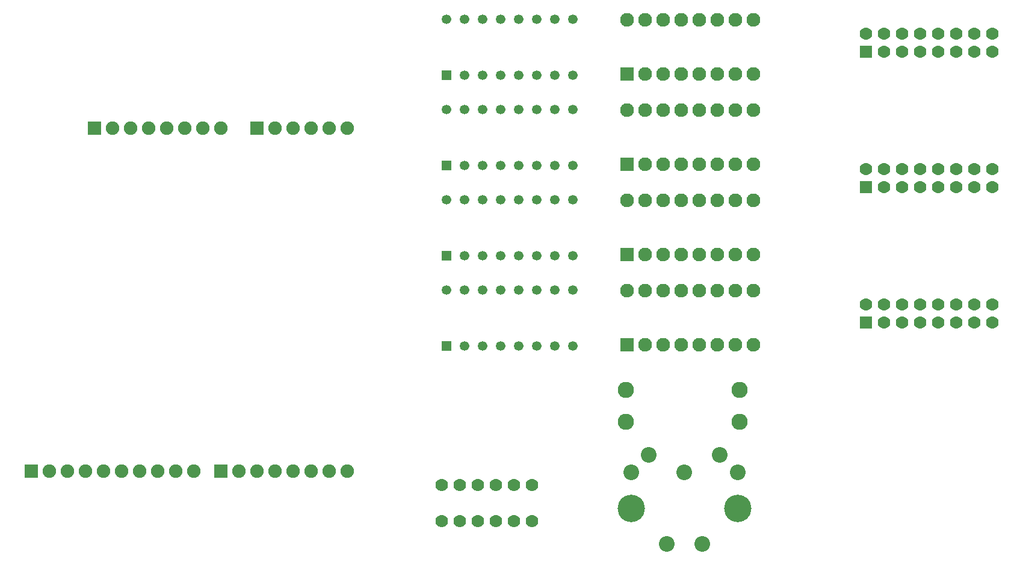
<source format=gbr>
G04 EasyPC Gerber Version 21.0.3 Build 4286 *
%FSLAX35Y35*%
%MOIN*%
%ADD29R,0.05283X0.05283*%
%ADD73R,0.06945X0.06945*%
%ADD92R,0.07496X0.07496*%
%ADD27R,0.07600X0.07600*%
%ADD72C,0.05283*%
%ADD74C,0.06945*%
%ADD78C,0.07000*%
%ADD93C,0.07496*%
%ADD28C,0.07600*%
%ADD89C,0.08677*%
%ADD91C,0.08972*%
%ADD90C,0.15173*%
X0Y0D02*
D02*
D27*
X355250Y130250D03*
Y180250D03*
Y230250D03*
Y280250D03*
D02*
D28*
Y160250D03*
Y210250D03*
Y260250D03*
Y310250D03*
X365250Y130250D03*
Y160250D03*
Y180250D03*
Y210250D03*
Y230250D03*
Y260250D03*
Y280250D03*
Y310250D03*
X375250Y130250D03*
Y160250D03*
Y180250D03*
Y210250D03*
Y230250D03*
Y260250D03*
Y280250D03*
Y310250D03*
X385250Y130250D03*
Y160250D03*
Y180250D03*
Y210250D03*
Y230250D03*
Y260250D03*
Y280250D03*
Y310250D03*
X395250Y130250D03*
Y160250D03*
Y180250D03*
Y210250D03*
Y230250D03*
Y260250D03*
Y280250D03*
Y310250D03*
X405250Y130250D03*
Y160250D03*
Y180250D03*
Y210250D03*
Y230250D03*
Y260250D03*
Y280250D03*
Y310250D03*
X415250Y130250D03*
Y160250D03*
Y180250D03*
Y210250D03*
Y230250D03*
Y260250D03*
Y280250D03*
Y310250D03*
X425250Y130250D03*
Y160250D03*
Y180250D03*
Y210250D03*
Y230250D03*
Y260250D03*
Y280250D03*
Y310250D03*
D02*
D29*
X255250Y129758D03*
Y179758D03*
Y229758D03*
Y279758D03*
D02*
D72*
Y160742D03*
Y210742D03*
Y260742D03*
Y310742D03*
X265250Y129758D03*
Y160742D03*
Y179758D03*
Y210742D03*
Y229758D03*
Y260742D03*
Y279758D03*
Y310742D03*
X275250Y129758D03*
Y160742D03*
Y179758D03*
Y210742D03*
Y229758D03*
Y260742D03*
Y279758D03*
Y310742D03*
X285250Y129758D03*
Y160742D03*
Y179758D03*
Y210742D03*
Y229758D03*
Y260742D03*
Y279758D03*
Y310742D03*
X295250Y129758D03*
Y160742D03*
Y179758D03*
Y210742D03*
Y229758D03*
Y260742D03*
Y279758D03*
Y310742D03*
X305250Y129758D03*
Y160742D03*
Y179758D03*
Y210742D03*
Y229758D03*
Y260742D03*
Y279758D03*
Y310742D03*
X315250Y129758D03*
Y160742D03*
Y179758D03*
Y210742D03*
Y229758D03*
Y260742D03*
Y279758D03*
Y310742D03*
X325250Y129758D03*
Y160742D03*
Y179758D03*
Y210742D03*
Y229758D03*
Y260742D03*
Y279758D03*
Y310742D03*
D02*
D73*
X487750Y142750D03*
Y217750D03*
Y292750D03*
D02*
D74*
Y152750D03*
Y227750D03*
Y302750D03*
X497750Y142750D03*
Y152750D03*
Y217750D03*
Y227750D03*
Y292750D03*
Y302750D03*
X507750Y142750D03*
Y152750D03*
Y217750D03*
Y227750D03*
Y292750D03*
Y302750D03*
X517750Y142750D03*
Y152750D03*
Y217750D03*
Y227750D03*
Y292750D03*
Y302750D03*
X527750Y142750D03*
Y152750D03*
Y217750D03*
Y227750D03*
Y292750D03*
Y302750D03*
X537750Y142750D03*
Y152750D03*
Y217750D03*
Y227750D03*
Y292750D03*
Y302750D03*
X547750Y142750D03*
Y152750D03*
Y217750D03*
Y227750D03*
Y292750D03*
Y302750D03*
X557750Y142750D03*
Y152750D03*
Y217750D03*
Y227750D03*
Y292750D03*
Y302750D03*
D02*
D78*
X252750Y32750D03*
Y52750D03*
X262750Y32750D03*
Y52750D03*
X272750Y32750D03*
Y52750D03*
X282750Y32750D03*
Y52750D03*
X292750Y32750D03*
Y52750D03*
X302750Y32750D03*
Y52750D03*
D02*
D89*
X357593Y59463D03*
X367435Y69305D03*
X377278Y20093D03*
X387120Y59463D03*
X396963Y20093D03*
X406805Y69305D03*
X416648Y59463D03*
D02*
D90*
X357593Y39778D03*
X416648D03*
D02*
D91*
X354758Y87750D03*
Y105250D03*
X417750Y87750D03*
Y105250D03*
D02*
D92*
X25250Y60250D03*
X60250Y250250D03*
X130250Y60250D03*
X150250Y250250D03*
D02*
D93*
X35250Y60250D03*
X45250D03*
X55250D03*
X65250D03*
X70250Y250250D03*
X75250Y60250D03*
X80250Y250250D03*
X85250Y60250D03*
X90250Y250250D03*
X95250Y60250D03*
X100250Y250250D03*
X105250Y60250D03*
X110250Y250250D03*
X115250Y60250D03*
X120250Y250250D03*
X130250D03*
X140250Y60250D03*
X150250D03*
X160250D03*
Y250250D03*
X170250Y60250D03*
Y250250D03*
X180250Y60250D03*
Y250250D03*
X190250Y60250D03*
Y250250D03*
X200250Y60250D03*
Y250250D03*
X0Y0D02*
M02*

</source>
